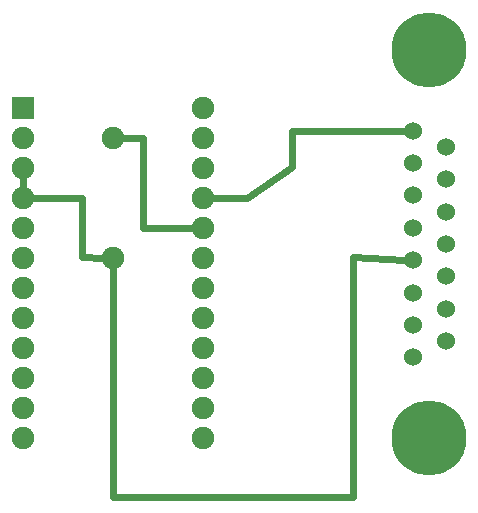
<source format=gbl>
G04 MADE WITH FRITZING*
G04 WWW.FRITZING.ORG*
G04 DOUBLE SIDED*
G04 HOLES PLATED*
G04 CONTOUR ON CENTER OF CONTOUR VECTOR*
%ASAXBY*%
%FSLAX23Y23*%
%MOIN*%
%OFA0B0*%
%SFA1.0B1.0*%
%ADD10C,0.075000*%
%ADD11C,0.060000*%
%ADD12C,0.250000*%
%ADD13R,0.075000X0.075000*%
%ADD14C,0.024000*%
%LNCOPPER0*%
G90*
G70*
G54D10*
X521Y1252D03*
X521Y852D03*
X221Y1352D03*
X821Y1352D03*
X221Y1252D03*
X821Y1252D03*
X221Y1152D03*
X821Y1152D03*
X221Y1052D03*
X821Y1052D03*
X221Y952D03*
X821Y952D03*
X221Y852D03*
X821Y852D03*
X221Y752D03*
X821Y752D03*
X221Y652D03*
X821Y652D03*
X221Y552D03*
X821Y552D03*
X221Y452D03*
X821Y452D03*
X221Y352D03*
X821Y352D03*
X221Y252D03*
X821Y252D03*
G54D11*
X1521Y1276D03*
X1521Y1168D03*
X1521Y1060D03*
X1521Y952D03*
X1521Y844D03*
X1521Y736D03*
X1521Y628D03*
X1521Y520D03*
X1633Y1222D03*
X1633Y1114D03*
X1633Y1006D03*
X1633Y898D03*
X1633Y790D03*
X1633Y682D03*
X1633Y574D03*
G54D12*
X1577Y250D03*
X1577Y1546D03*
G54D13*
X221Y1352D03*
G54D14*
X621Y1252D02*
X621Y952D01*
D02*
X570Y1252D02*
X621Y1252D01*
D02*
X550Y1252D02*
X570Y1252D01*
D02*
X621Y952D02*
X792Y952D01*
D02*
X221Y1081D02*
X221Y1123D01*
D02*
X850Y1052D02*
X970Y1051D01*
D02*
X970Y1051D02*
X1120Y1153D01*
D02*
X1120Y1153D02*
X1120Y1276D01*
D02*
X1120Y1276D02*
X1492Y1276D01*
D02*
X522Y54D02*
X1321Y54D01*
D02*
X1321Y54D02*
X1321Y853D01*
D02*
X1321Y853D02*
X1492Y845D01*
D02*
X521Y823D02*
X522Y54D01*
D02*
X420Y1051D02*
X250Y1052D01*
D02*
X492Y852D02*
X420Y853D01*
D02*
X420Y853D02*
X420Y1051D01*
G04 End of Copper0*
M02*
</source>
